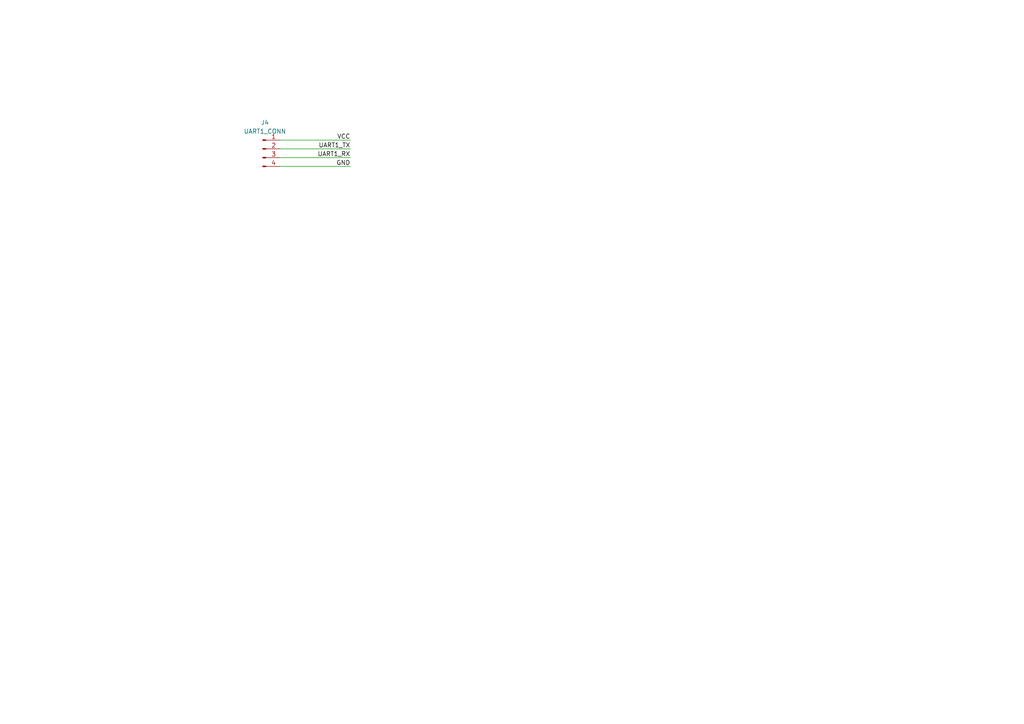
<source format=kicad_sch>
(kicad_sch (version 20231120) (generator "eeschema") (generator_version "8.0")
  (paper "A4")
  (lib_symbols
    (symbol "Connector:Conn_01x04_Pin" (pin_names (offset 1.016) hide)
      (property "Reference" "J" (at 0 5.08 0))
      (property "Value" "Conn_01x04_Pin" (at 0 -7.62 0))
      (symbol "Conn_01x04_Pin_1_1"
        (polyline (pts (xy 1.27 -5.08) (xy 0.8636 -5.08)) (stroke (width 0.1524)))
        (polyline (pts (xy 1.27 -2.54) (xy 0.8636 -2.54)) (stroke (width 0.1524)))
        (polyline (pts (xy 1.27 0) (xy 0.8636 0)) (stroke (width 0.1524)))
        (polyline (pts (xy 1.27 2.54) (xy 0.8636 2.54)) (stroke (width 0.1524)))
        (rectangle (start 0.8636 -4.953) (end 0 -5.207) (stroke (width 0.1524)) (fill (type outline)))
        (rectangle (start 0.8636 -2.413) (end 0 -2.667) (stroke (width 0.1524)) (fill (type outline)))
        (rectangle (start 0.8636 0.127) (end 0 -0.127) (stroke (width 0.1524)) (fill (type outline)))
        (rectangle (start 0.8636 2.667) (end 0 2.413) (stroke (width 0.1524)) (fill (type outline)))
        (pin passive line (at 5.08 2.54 180) (length 3.81) (name "Pin_1") (number "1"))
        (pin passive line (at 5.08 0 180) (length 3.81) (name "Pin_2") (number "2"))
        (pin passive line (at 5.08 -2.54 180) (length 3.81) (name "Pin_3") (number "3"))
        (pin passive line (at 5.08 -5.08 180) (length 3.81) (name "Pin_4") (number "4"))
      )
    )
  )
  (wire (pts (xy 81.28 43.18) (xy 101.6 43.18)))
  (wire (pts (xy 81.28 40.64) (xy 101.6 40.64)))
  (wire (pts (xy 81.28 45.72) (xy 101.6 45.72)))
  (wire (pts (xy 81.28 48.26) (xy 101.6 48.26)))
  (label "GND" (at 101.6 48.26 180))
  (label "VCC" (at 101.6 40.64 180))
  (label "UART1_TX" (at 101.6 43.18 180))
  (label "UART1_RX" (at 101.6 45.72 180))
  (symbol (lib_id "Connector:Conn_01x04_Pin") (at 76.2 43.18 0) (unit 1)
    (property "Reference" "J4" (at 76.835 35.56 0))
    (property "Value" "UART1_CONN" (at 76.835 38.1 0))
    (property "Description" "Generic connector, single row, 01x04, script generated" (effects (hide yes)))
  )
)
</source>
